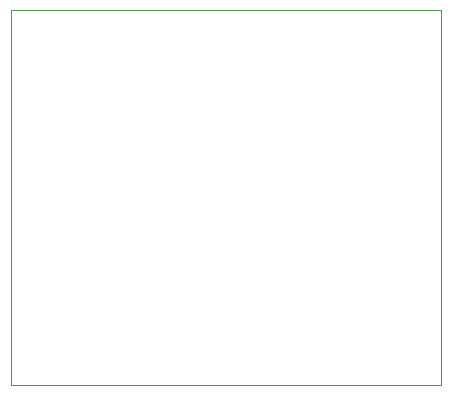
<source format=gm1>
G04 #@! TF.GenerationSoftware,KiCad,Pcbnew,(5.1.7)-1*
G04 #@! TF.CreationDate,2023-02-23T23:14:07-08:00*
G04 #@! TF.ProjectId,MB9X-UART,4d423958-2d55-4415-9254-2e6b69636164,rev?*
G04 #@! TF.SameCoordinates,Original*
G04 #@! TF.FileFunction,Profile,NP*
%FSLAX46Y46*%
G04 Gerber Fmt 4.6, Leading zero omitted, Abs format (unit mm)*
G04 Created by KiCad (PCBNEW (5.1.7)-1) date 2023-02-23 23:14:07*
%MOMM*%
%LPD*%
G01*
G04 APERTURE LIST*
G04 #@! TA.AperFunction,Profile*
%ADD10C,0.050000*%
G04 #@! TD*
G04 APERTURE END LIST*
D10*
X129600000Y-80200000D02*
X129600000Y-112000000D01*
X166000000Y-80200000D02*
X129600000Y-80200000D01*
X166000000Y-112000000D02*
X166000000Y-80200000D01*
X129600000Y-112000000D02*
X166000000Y-112000000D01*
M02*

</source>
